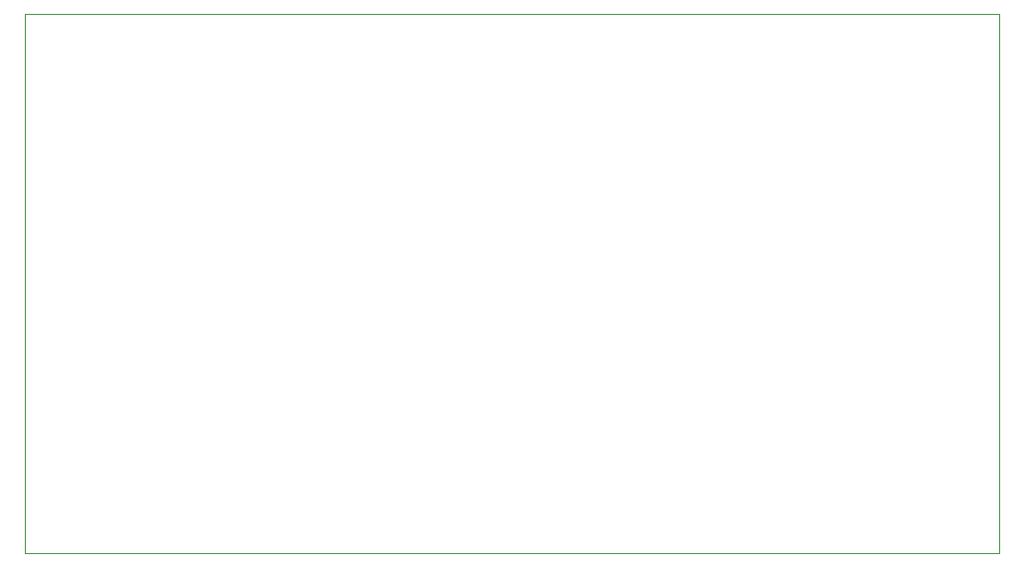
<source format=gbr>
G04 #@! TF.GenerationSoftware,KiCad,Pcbnew,5.1.4+dfsg1-1~bpo10+1*
G04 #@! TF.CreationDate,2023-05-09T01:13:07+01:00*
G04 #@! TF.ProjectId,KILL_THE_BIT_LOGIC,4b494c4c-5f54-4484-955f-4249545f4c4f,rev?*
G04 #@! TF.SameCoordinates,Original*
G04 #@! TF.FileFunction,Profile,NP*
%FSLAX46Y46*%
G04 Gerber Fmt 4.6, Leading zero omitted, Abs format (unit mm)*
G04 Created by KiCad (PCBNEW 5.1.4+dfsg1-1~bpo10+1) date 2023-05-09 01:13:07*
%MOMM*%
%LPD*%
G04 APERTURE LIST*
%ADD10C,0.050000*%
G04 APERTURE END LIST*
D10*
X188000000Y-116000000D02*
X188000000Y-70000000D01*
X105000000Y-116000000D02*
X188000000Y-116000000D01*
X105000000Y-70000000D02*
X105000000Y-116000000D01*
X188000000Y-70000000D02*
X105000000Y-70000000D01*
M02*

</source>
